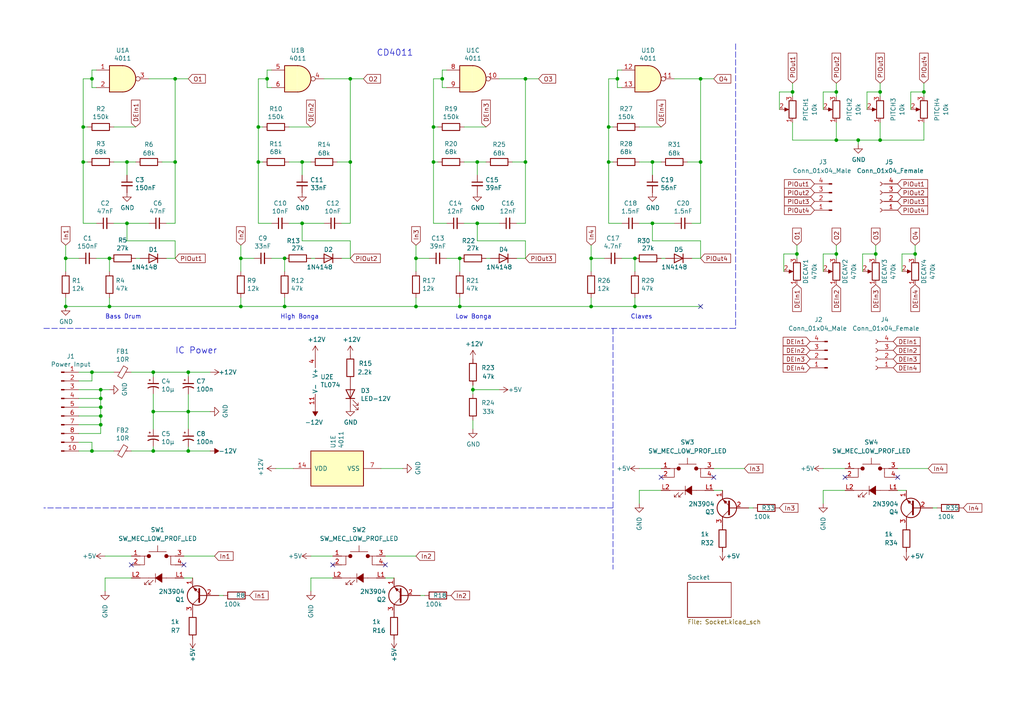
<source format=kicad_sch>
(kicad_sch (version 20211123) (generator eeschema)
  (paper "A4")
  (lib_symbols
    (symbol "4xxx:4011" (pin_names (offset 1.016))
      (property "Reference" "U" (at 0 1.27 0))
      (property "Value" "4011" (at 0 -1.27 0))
      (symbol "4011_1_1"
        (pin input line (at -7.62 2.54 0) (length 3.81) (name "~") (number "1"))
        (pin input line (at -7.62 -2.54 0) (length 3.81) (name "~") (number "2"))
        (pin output inverted (at 7.62 0 180) (length 3.81) (name "~") (number "3"))
      )
      (symbol "4011_1_2"
        (pin input inverted (at -7.62 2.54 0) (length 4.318) (name "~") (number "1"))
        (pin input inverted (at -7.62 -2.54 0) (length 4.318) (name "~") (number "2"))
        (pin output line (at 7.62 0 180) (length 3.81) (name "~") (number "3"))
      )
      (symbol "4011_2_1"
        (pin output inverted (at 7.62 0 180) (length 3.81) (name "~") (number "4"))
        (pin input line (at -7.62 2.54 0) (length 3.81) (name "~") (number "5"))
        (pin input line (at -7.62 -2.54 0) (length 3.81) (name "~") (number "6"))
      )
      (symbol "4011_2_2"
        (pin output line (at 7.62 0 180) (length 3.81) (name "~") (number "4"))
        (pin input inverted (at -7.62 2.54 0) (length 4.318) (name "~") (number "5"))
        (pin input inverted (at -7.62 -2.54 0) (length 4.318) (name "~") (number "6"))
      )
      (symbol "4011_3_1"
        (pin output inverted (at 7.62 0 180) (length 3.81) (name "~") (number "10"))
        (pin input line (at -7.62 2.54 0) (length 3.81) (name "~") (number "8"))
        (pin input line (at -7.62 -2.54 0) (length 3.81) (name "~") (number "9"))
      )
      (symbol "4011_3_2"
        (pin output line (at 7.62 0 180) (length 3.81) (name "~") (number "10"))
        (pin input inverted (at -7.62 2.54 0) (length 4.318) (name "~") (number "8"))
        (pin input inverted (at -7.62 -2.54 0) (length 4.318) (name "~") (number "9"))
      )
      (symbol "4011_4_1"
        (pin output inverted (at 7.62 0 180) (length 3.81) (name "~") (number "11"))
        (pin input line (at -7.62 2.54 0) (length 3.81) (name "~") (number "12"))
        (pin input line (at -7.62 -2.54 0) (length 3.81) (name "~") (number "13"))
      )
      (symbol "4011_4_2"
        (pin output line (at 7.62 0 180) (length 3.81) (name "~") (number "11"))
        (pin input inverted (at -7.62 2.54 0) (length 4.318) (name "~") (number "12"))
        (pin input inverted (at -7.62 -2.54 0) (length 4.318) (name "~") (number "13"))
      )
      (symbol "4011_5_0"
        (pin power_in line (at 0 12.7 270) (length 5.08) (name "VDD") (number "14"))
        (pin power_in line (at 0 -12.7 90) (length 5.08) (name "VSS") (number "7"))
      )
    )
    (symbol "Amplifier_Operational:TL074" (pin_names (offset 0.127))
      (property "Reference" "U" (at 0 5.08 0))
      (property "Value" "TL074" (at 0 -5.08 0))
      (symbol "TL074_1_1"
        (pin output line (at 7.62 0 180) (length 2.54) (name "~") (number "1"))
        (pin input line (at -7.62 -2.54 0) (length 2.54) (name "-") (number "2"))
        (pin input line (at -7.62 2.54 0) (length 2.54) (name "+") (number "3"))
      )
      (symbol "TL074_2_1"
        (pin input line (at -7.62 2.54 0) (length 2.54) (name "+") (number "5"))
        (pin input line (at -7.62 -2.54 0) (length 2.54) (name "-") (number "6"))
        (pin output line (at 7.62 0 180) (length 2.54) (name "~") (number "7"))
      )
      (symbol "TL074_3_1"
        (pin input line (at -7.62 2.54 0) (length 2.54) (name "+") (number "10"))
        (pin output line (at 7.62 0 180) (length 2.54) (name "~") (number "8"))
        (pin input line (at -7.62 -2.54 0) (length 2.54) (name "-") (number "9"))
      )
      (symbol "TL074_4_1"
        (pin input line (at -7.62 2.54 0) (length 2.54) (name "+") (number "12"))
        (pin input line (at -7.62 -2.54 0) (length 2.54) (name "-") (number "13"))
        (pin output line (at 7.62 0 180) (length 2.54) (name "~") (number "14"))
      )
      (symbol "TL074_5_1"
        (pin power_in line (at -2.54 -7.62 90) (length 3.81) (name "V-") (number "11"))
        (pin power_in line (at -2.54 7.62 270) (length 3.81) (name "V+") (number "4"))
      )
    )
    (symbol "Connector:Conn_01x04_Female" (pin_names (offset 1.016) hide)
      (property "Reference" "J" (at 0 5.08 0))
      (property "Value" "Conn_01x04_Female" (at 0 -7.62 0))
      (symbol "Conn_01x04_Female_1_1"
        (pin passive line (at -5.08 2.54 0) (length 3.81) (name "Pin_1") (number "1"))
        (pin passive line (at -5.08 0 0) (length 3.81) (name "Pin_2") (number "2"))
        (pin passive line (at -5.08 -2.54 0) (length 3.81) (name "Pin_3") (number "3"))
        (pin passive line (at -5.08 -5.08 0) (length 3.81) (name "Pin_4") (number "4"))
      )
    )
    (symbol "Connector:Conn_01x04_Male" (pin_names (offset 1.016) hide)
      (property "Reference" "J" (at 0 5.08 0))
      (property "Value" "Conn_01x04_Male" (at 0 -7.62 0))
      (symbol "Conn_01x04_Male_1_1"
        (pin passive line (at 5.08 2.54 180) (length 3.81) (name "Pin_1") (number "1"))
        (pin passive line (at 5.08 0 180) (length 3.81) (name "Pin_2") (number "2"))
        (pin passive line (at 5.08 -2.54 180) (length 3.81) (name "Pin_3") (number "3"))
        (pin passive line (at 5.08 -5.08 180) (length 3.81) (name "Pin_4") (number "4"))
      )
    )
    (symbol "Connector:Conn_01x10_Male" (pin_names (offset 1.016) hide)
      (property "Reference" "J" (at 0 12.7 0))
      (property "Value" "Conn_01x10_Male" (at 0 -15.24 0))
      (symbol "Conn_01x10_Male_1_1"
        (pin passive line (at 5.08 10.16 180) (length 3.81) (name "Pin_1") (number "1"))
        (pin passive line (at 5.08 -12.7 180) (length 3.81) (name "Pin_10") (number "10"))
        (pin passive line (at 5.08 7.62 180) (length 3.81) (name "Pin_2") (number "2"))
        (pin passive line (at 5.08 5.08 180) (length 3.81) (name "Pin_3") (number "3"))
        (pin passive line (at 5.08 2.54 180) (length 3.81) (name "Pin_4") (number "4"))
        (pin passive line (at 5.08 0 180) (length 3.81) (name "Pin_5") (number "5"))
        (pin passive line (at 5.08 -2.54 180) (length 3.81) (name "Pin_6") (number "6"))
        (pin passive line (at 5.08 -5.08 180) (length 3.81) (name "Pin_7") (number "7"))
        (pin passive line (at 5.08 -7.62 180) (length 3.81) (name "Pin_8") (number "8"))
        (pin passive line (at 5.08 -10.16 180) (length 3.81) (name "Pin_9") (number "9"))
      )
    )
    (symbol "Device:CP1_Small" (pin_numbers hide) (pin_names (offset 0.254) hide)
      (property "Reference" "C" (at 0.254 1.778 0))
      (property "Value" "Device_CP1_Small" (at 0.254 -2.032 0))
      (symbol "CP1_Small_1_1"
        (pin passive line (at 0 2.54 270) (length 2.032) (name "~") (number "1"))
        (pin passive line (at 0 -2.54 90) (length 2.032) (name "~") (number "2"))
      )
    )
    (symbol "Device:C_Small" (pin_numbers hide) (pin_names (offset 0.254) hide)
      (property "Reference" "C" (at 0.254 1.778 0))
      (property "Value" "C_Small" (at 0.254 -2.032 0))
      (symbol "C_Small_1_1"
        (pin passive line (at 0 2.54 270) (length 2.032) (name "~") (number "1"))
        (pin passive line (at 0 -2.54 90) (length 2.032) (name "~") (number "2"))
      )
    )
    (symbol "Device:Ferrite_Bead_Small" (pin_numbers hide) (pin_names (offset 0))
      (property "Reference" "FB" (at 1.905 1.27 0))
      (property "Value" "Device_Ferrite_Bead_Small" (at 1.905 -1.27 0))
      (symbol "Ferrite_Bead_Small_1_1"
        (pin passive line (at 0 2.54 270) (length 1.27) (name "~") (number "1"))
        (pin passive line (at 0 -2.54 90) (length 1.27) (name "~") (number "2"))
      )
    )
    (symbol "Device:LED" (pin_numbers hide) (pin_names (offset 1.016) hide)
      (property "Reference" "D" (at 0 2.54 0))
      (property "Value" "LED" (at 0 -2.54 0))
      (symbol "LED_1_1"
        (pin passive line (at -3.81 0 0) (length 2.54) (name "K") (number "1"))
        (pin passive line (at 3.81 0 180) (length 2.54) (name "A") (number "2"))
      )
    )
    (symbol "Device:R" (pin_numbers hide) (pin_names (offset 0))
      (property "Reference" "R" (at 2.032 0 90))
      (property "Value" "R" (at 0 0 90))
      (symbol "R_1_1"
        (pin passive line (at 0 3.81 270) (length 1.27) (name "~") (number "1"))
        (pin passive line (at 0 -3.81 90) (length 1.27) (name "~") (number "2"))
      )
    )
    (symbol "Device:R_POT" (pin_names (offset 1.016) hide)
      (property "Reference" "RV" (at -4.445 0 90))
      (property "Value" "Device_R_POT" (at -2.54 0 90))
      (symbol "R_POT_1_1"
        (pin passive line (at 0 3.81 270) (length 1.27) (name "1") (number "1"))
        (pin passive line (at 3.81 0 180) (length 1.27) (name "2") (number "2"))
        (pin passive line (at 0 -3.81 90) (length 1.27) (name "3") (number "3"))
      )
    )
    (symbol "Diode:1N4148" (pin_numbers hide) (pin_names (offset 1.016) hide)
      (property "Reference" "D" (at 0 2.54 0))
      (property "Value" "1N4148" (at 0 -2.54 0))
      (symbol "1N4148_1_1"
        (pin passive line (at -3.81 0 0) (length 2.54) (name "K") (number "1"))
        (pin passive line (at 3.81 0 180) (length 2.54) (name "A") (number "2"))
      )
    )
    (symbol "Transistor_BJT:2N3904" (pin_names (offset 0) hide)
      (property "Reference" "Q" (at 5.08 1.905 0))
      (property "Value" "2N3904" (at 5.08 0 0))
      (symbol "2N3904_1_1"
        (pin passive line (at 2.54 -5.08 90) (length 2.54) (name "E") (number "1"))
        (pin passive line (at -5.08 0 0) (length 5.715) (name "B") (number "2"))
        (pin passive line (at 2.54 5.08 270) (length 2.54) (name "C") (number "3"))
      )
    )
    (symbol "power:+12V" (power) (pin_names (offset 0))
      (property "Value" "+12V" (at 0 3.556 0))
      (symbol "+12V_1_1"
        (pin power_in line (at 0 0 90) (length 0) hide (name "+12V") (number "1"))
      )
    )
    (symbol "power:+5V" (power) (pin_names (offset 0))
      (property "Value" "+5V" (at 0 3.556 0))
      (symbol "+5V_1_1"
        (pin power_in line (at 0 0 90) (length 0) hide (name "+5V") (number "1"))
      )
    )
    (symbol "power:-12V" (power) (pin_names (offset 0))
      (property "Value" "-12V" (at 0 3.81 0))
      (symbol "-12V_0_0"
        (pin power_in line (at 0 0 90) (length 0) hide (name "-12V") (number "1"))
      )
    )
    (symbol "power:GND" (power) (pin_names (offset 0))
      (property "Value" "GND" (at 0 -3.81 0))
      (symbol "GND_1_1"
        (pin power_in line (at 0 0 270) (length 0) hide (name "GND") (number "1"))
      )
    )
    (symbol "synth:SW_MEC_LOW_PROF_LED" (pin_names (offset 1.016) hide)
      (property "Reference" "SW" (at 1.27 6.35 0))
      (property "Value" "SW_MEC_LOW_PROF_LED" (at 0 -8.89 0))
      (symbol "SW_MEC_LOW_PROF_LED_0_1"
        (pin passive line (at -7.62 2.54 0) (length 2.54) (name "1") (number "1"))
        (pin passive line (at -7.62 0 0) (length 2.54) (name "2") (number "2"))
        (pin passive line (at 7.62 2.54 180) (length 2.54) (name "3") (number "3"))
        (pin passive line (at 7.62 0 180) (length 2.54) (name "4") (number "4"))
        (pin passive line (at 7.62 -3.81 180) (length 2.54) (name "L1") (number "L1"))
        (pin passive line (at -7.62 -3.81 0) (length 2.54) (name "L2") (number "L2"))
      )
    )
  )
  (junction (at 267.97 26.67))
  (junction (at 44.45 107.95))
  (junction (at 87.63 46.99))
  (junction (at 265.43 73.66))
  (junction (at 133.35 88.9))
  (junction (at 19.05 74.93))
  (junction (at 152.4 22.86))
  (junction (at 189.23 46.99))
  (junction (at 26.67 107.95))
  (junction (at 36.83 46.99))
  (junction (at 87.63 64.77))
  (junction (at 19.05 88.9))
  (junction (at 128.27 22.86))
  (junction (at 31.75 88.9))
  (junction (at 50.8 22.86))
  (junction (at 138.43 46.99))
  (junction (at 184.15 88.9))
  (junction (at 44.45 119.38))
  (junction (at 229.87 26.67))
  (junction (at 242.57 26.67))
  (junction (at 101.6 46.99))
  (junction (at 24.13 36.83))
  (junction (at 31.75 74.93))
  (junction (at 137.16 113.03))
  (junction (at 152.4 46.99))
  (junction (at 176.53 46.99))
  (junction (at 176.53 36.83))
  (junction (at 54.61 107.95))
  (junction (at 171.45 88.9))
  (junction (at 255.27 26.67))
  (junction (at 36.83 64.77))
  (junction (at 29.21 115.57))
  (junction (at 26.67 130.81))
  (junction (at 54.61 119.38))
  (junction (at 77.47 22.86))
  (junction (at 242.57 73.66))
  (junction (at 69.85 88.9))
  (junction (at 255.27 40.64))
  (junction (at 179.07 22.86))
  (junction (at 254 73.66))
  (junction (at 82.55 74.93))
  (junction (at 82.55 88.9))
  (junction (at 248.92 40.64))
  (junction (at 203.2 22.86))
  (junction (at 29.21 113.03))
  (junction (at 171.45 74.93))
  (junction (at 50.8 46.99))
  (junction (at 101.6 22.86))
  (junction (at 189.23 64.77))
  (junction (at 184.15 74.93))
  (junction (at 133.35 74.93))
  (junction (at 29.21 118.11))
  (junction (at 120.65 74.93))
  (junction (at 29.21 120.65))
  (junction (at 26.67 22.86))
  (junction (at 203.2 46.99))
  (junction (at 120.65 88.9))
  (junction (at 24.13 46.99))
  (junction (at 69.85 74.93))
  (junction (at 74.93 36.83))
  (junction (at 125.73 46.99))
  (junction (at 242.57 40.64))
  (junction (at 125.73 36.83))
  (junction (at 138.43 64.77))
  (junction (at 54.61 130.81))
  (junction (at 29.21 123.19))
  (junction (at 74.93 46.99))
  (junction (at 44.45 130.81))
  (junction (at 231.14 73.66))
  (no_connect (at 207.01 138.43))
  (no_connect (at 245.11 138.43))
  (no_connect (at 191.77 138.43))
  (no_connect (at 203.2 88.9))
  (no_connect (at 260.35 138.43))
  (no_connect (at 53.34 163.83))
  (no_connect (at 38.1 163.83))
  (no_connect (at 96.52 163.83))
  (no_connect (at 111.76 163.83))
  (wire (pts (xy 176.53 36.83) (xy 176.53 46.99)))
  (wire (pts (xy 171.45 74.93) (xy 171.45 71.12)))
  (wire (pts (xy 171.45 88.9) (xy 171.45 86.36)))
  (wire (pts (xy 38.1 107.95) (xy 44.45 107.95)))
  (wire (pts (xy 242.57 40.64) (xy 229.87 40.64)))
  (wire (pts (xy 138.43 69.85) (xy 138.43 64.77)))
  (wire (pts (xy 142.24 74.93) (xy 140.97 74.93)))
  (wire (pts (xy 191.77 142.24) (xy 185.42 142.24)))
  (polyline (pts (xy 177.8 95.25) (xy 177.8 165.1)))
  (wire (pts (xy 133.35 74.93) (xy 129.54 74.93)))
  (wire (pts (xy 64.77 172.72) (xy 63.5 172.72)))
  (wire (pts (xy 24.13 22.86) (xy 24.13 36.83)))
  (wire (pts (xy 74.93 64.77) (xy 74.93 46.99)))
  (wire (pts (xy 133.35 88.9) (xy 171.45 88.9)))
  (wire (pts (xy 22.86 107.95) (xy 26.67 107.95)))
  (wire (pts (xy 44.45 129.54) (xy 44.45 130.81)))
  (wire (pts (xy 133.35 88.9) (xy 120.65 88.9)))
  (wire (pts (xy 54.61 114.3) (xy 54.61 119.38)))
  (wire (pts (xy 231.14 71.12) (xy 231.14 73.66)))
  (wire (pts (xy 78.74 20.32) (xy 77.47 20.32)))
  (wire (pts (xy 250.19 78.74) (xy 250.19 73.66)))
  (wire (pts (xy 260.35 142.24) (xy 262.89 142.24)))
  (wire (pts (xy 74.93 36.83) (xy 76.2 36.83)))
  (wire (pts (xy 133.35 78.74) (xy 133.35 74.93)))
  (wire (pts (xy 231.14 73.66) (xy 231.14 74.93)))
  (wire (pts (xy 203.2 46.99) (xy 203.2 64.77)))
  (wire (pts (xy 137.16 113.03) (xy 137.16 114.3)))
  (wire (pts (xy 184.15 86.36) (xy 184.15 88.9)))
  (wire (pts (xy 31.75 113.03) (xy 29.21 113.03)))
  (wire (pts (xy 22.86 110.49) (xy 26.67 110.49)))
  (wire (pts (xy 242.57 35.56) (xy 242.57 40.64)))
  (wire (pts (xy 148.59 46.99) (xy 152.4 46.99)))
  (wire (pts (xy 44.45 109.22) (xy 44.45 107.95)))
  (wire (pts (xy 22.86 130.81) (xy 26.67 130.81)))
  (wire (pts (xy 87.63 50.8) (xy 87.63 46.99)))
  (wire (pts (xy 54.61 119.38) (xy 60.96 119.38)))
  (wire (pts (xy 120.65 74.93) (xy 120.65 78.74)))
  (wire (pts (xy 189.23 69.85) (xy 189.23 64.77)))
  (wire (pts (xy 77.47 22.86) (xy 74.93 22.86)))
  (wire (pts (xy 242.57 24.13) (xy 242.57 26.67)))
  (wire (pts (xy 203.2 64.77) (xy 200.66 64.77)))
  (wire (pts (xy 251.46 26.67) (xy 255.27 26.67)))
  (wire (pts (xy 203.2 88.9) (xy 184.15 88.9)))
  (wire (pts (xy 218.44 147.32) (xy 217.17 147.32)))
  (wire (pts (xy 264.16 26.67) (xy 267.97 26.67)))
  (wire (pts (xy 152.4 69.85) (xy 138.43 69.85)))
  (wire (pts (xy 83.82 46.99) (xy 87.63 46.99)))
  (wire (pts (xy 255.27 24.13) (xy 255.27 26.67)))
  (wire (pts (xy 50.8 64.77) (xy 48.26 64.77)))
  (wire (pts (xy 133.35 86.36) (xy 133.35 88.9)))
  (wire (pts (xy 152.4 22.86) (xy 152.4 46.99)))
  (wire (pts (xy 152.4 69.85) (xy 152.4 74.93)))
  (wire (pts (xy 31.75 86.36) (xy 31.75 88.9)))
  (wire (pts (xy 54.61 107.95) (xy 60.96 107.95)))
  (wire (pts (xy 238.76 142.24) (xy 238.76 146.05)))
  (wire (pts (xy 44.45 119.38) (xy 54.61 119.38)))
  (wire (pts (xy 54.61 107.95) (xy 54.61 109.22)))
  (wire (pts (xy 238.76 73.66) (xy 242.57 73.66)))
  (wire (pts (xy 82.55 88.9) (xy 120.65 88.9)))
  (wire (pts (xy 101.6 69.85) (xy 101.6 74.93)))
  (wire (pts (xy 176.53 22.86) (xy 176.53 36.83)))
  (wire (pts (xy 27.94 20.32) (xy 26.67 20.32)))
  (wire (pts (xy 26.67 25.4) (xy 27.94 25.4)))
  (wire (pts (xy 90.17 161.29) (xy 96.52 161.29)))
  (wire (pts (xy 38.1 130.81) (xy 44.45 130.81)))
  (wire (pts (xy 134.62 36.83) (xy 140.97 36.83)))
  (wire (pts (xy 134.62 46.99) (xy 138.43 46.99)))
  (wire (pts (xy 125.73 36.83) (xy 125.73 46.99)))
  (wire (pts (xy 29.21 123.19) (xy 29.21 120.65)))
  (wire (pts (xy 29.21 115.57) (xy 29.21 118.11)))
  (wire (pts (xy 238.76 31.75) (xy 238.76 26.67)))
  (wire (pts (xy 248.92 40.64) (xy 248.92 41.91)))
  (wire (pts (xy 207.01 142.24) (xy 209.55 142.24)))
  (wire (pts (xy 82.55 88.9) (xy 69.85 88.9)))
  (wire (pts (xy 22.86 125.73) (xy 29.21 125.73)))
  (wire (pts (xy 267.97 40.64) (xy 255.27 40.64)))
  (wire (pts (xy 128.27 20.32) (xy 128.27 22.86)))
  (wire (pts (xy 229.87 24.13) (xy 229.87 26.67)))
  (wire (pts (xy 69.85 88.9) (xy 69.85 86.36)))
  (wire (pts (xy 203.2 69.85) (xy 203.2 74.93)))
  (wire (pts (xy 24.13 64.77) (xy 24.13 46.99)))
  (wire (pts (xy 176.53 64.77) (xy 176.53 46.99)))
  (wire (pts (xy 185.42 36.83) (xy 191.77 36.83)))
  (wire (pts (xy 101.6 69.85) (xy 87.63 69.85)))
  (wire (pts (xy 207.01 135.89) (xy 215.9 135.89)))
  (wire (pts (xy 22.86 128.27) (xy 26.67 128.27)))
  (wire (pts (xy 78.74 64.77) (xy 74.93 64.77)))
  (wire (pts (xy 87.63 46.99) (xy 90.17 46.99)))
  (wire (pts (xy 93.98 22.86) (xy 101.6 22.86)))
  (wire (pts (xy 73.66 74.93) (xy 69.85 74.93)))
  (wire (pts (xy 242.57 26.67) (xy 242.57 27.94)))
  (wire (pts (xy 26.67 110.49) (xy 26.67 107.95)))
  (wire (pts (xy 54.61 130.81) (xy 60.96 130.81)))
  (wire (pts (xy 30.48 161.29) (xy 38.1 161.29)))
  (wire (pts (xy 189.23 46.99) (xy 191.77 46.99)))
  (wire (pts (xy 129.54 20.32) (xy 128.27 20.32)))
  (wire (pts (xy 238.76 135.89) (xy 245.11 135.89)))
  (wire (pts (xy 101.6 22.86) (xy 105.41 22.86)))
  (wire (pts (xy 124.46 74.93) (xy 120.65 74.93)))
  (wire (pts (xy 22.86 115.57) (xy 29.21 115.57)))
  (polyline (pts (xy 213.36 12.7) (xy 213.36 95.25)))
  (wire (pts (xy 19.05 74.93) (xy 19.05 71.12)))
  (wire (pts (xy 176.53 46.99) (xy 177.8 46.99)))
  (wire (pts (xy 144.78 22.86) (xy 152.4 22.86)))
  (wire (pts (xy 184.15 74.93) (xy 180.34 74.93)))
  (wire (pts (xy 69.85 74.93) (xy 69.85 78.74)))
  (wire (pts (xy 93.98 64.77) (xy 87.63 64.77)))
  (wire (pts (xy 255.27 26.67) (xy 255.27 27.94)))
  (wire (pts (xy 77.47 25.4) (xy 78.74 25.4)))
  (wire (pts (xy 238.76 26.67) (xy 242.57 26.67)))
  (wire (pts (xy 189.23 64.77) (xy 185.42 64.77)))
  (wire (pts (xy 44.45 114.3) (xy 44.45 119.38)))
  (wire (pts (xy 179.07 20.32) (xy 179.07 22.86)))
  (wire (pts (xy 53.34 161.29) (xy 62.23 161.29)))
  (wire (pts (xy 80.01 135.89) (xy 85.09 135.89)))
  (wire (pts (xy 30.48 167.64) (xy 38.1 167.64)))
  (wire (pts (xy 120.65 71.12) (xy 120.65 74.93)))
  (wire (pts (xy 195.58 64.77) (xy 189.23 64.77)))
  (wire (pts (xy 125.73 46.99) (xy 127 46.99)))
  (wire (pts (xy 193.04 74.93) (xy 191.77 74.93)))
  (wire (pts (xy 82.55 86.36) (xy 82.55 88.9)))
  (wire (pts (xy 36.83 46.99) (xy 39.37 46.99)))
  (wire (pts (xy 129.54 64.77) (xy 125.73 64.77)))
  (wire (pts (xy 29.21 113.03) (xy 29.21 115.57)))
  (wire (pts (xy 175.26 74.93) (xy 171.45 74.93)))
  (wire (pts (xy 229.87 26.67) (xy 229.87 27.94)))
  (wire (pts (xy 189.23 50.8) (xy 189.23 46.99)))
  (wire (pts (xy 184.15 88.9) (xy 171.45 88.9)))
  (wire (pts (xy 43.18 64.77) (xy 36.83 64.77)))
  (wire (pts (xy 226.06 31.75) (xy 226.06 26.67)))
  (wire (pts (xy 125.73 36.83) (xy 127 36.83)))
  (wire (pts (xy 43.18 22.86) (xy 50.8 22.86)))
  (wire (pts (xy 96.52 167.64) (xy 90.17 167.64)))
  (wire (pts (xy 152.4 22.86) (xy 156.21 22.86)))
  (wire (pts (xy 33.02 36.83) (xy 39.37 36.83)))
  (wire (pts (xy 22.86 113.03) (xy 29.21 113.03)))
  (wire (pts (xy 50.8 22.86) (xy 50.8 46.99)))
  (wire (pts (xy 97.79 46.99) (xy 101.6 46.99)))
  (wire (pts (xy 26.67 128.27) (xy 26.67 130.81)))
  (wire (pts (xy 50.8 69.85) (xy 36.83 69.85)))
  (wire (pts (xy 91.44 74.93) (xy 90.17 74.93)))
  (wire (pts (xy 125.73 64.77) (xy 125.73 46.99)))
  (wire (pts (xy 74.93 36.83) (xy 74.93 46.99)))
  (wire (pts (xy 248.92 40.64) (xy 242.57 40.64)))
  (wire (pts (xy 44.45 130.81) (xy 54.61 130.81)))
  (wire (pts (xy 152.4 64.77) (xy 149.86 64.77)))
  (wire (pts (xy 123.19 172.72) (xy 121.92 172.72)))
  (wire (pts (xy 265.43 71.12) (xy 265.43 73.66)))
  (wire (pts (xy 171.45 74.93) (xy 171.45 78.74)))
  (wire (pts (xy 90.17 167.64) (xy 90.17 171.45)))
  (wire (pts (xy 180.34 64.77) (xy 176.53 64.77)))
  (wire (pts (xy 50.8 46.99) (xy 50.8 64.77)))
  (wire (pts (xy 24.13 36.83) (xy 24.13 46.99)))
  (wire (pts (xy 138.43 64.77) (xy 134.62 64.77)))
  (wire (pts (xy 24.13 36.83) (xy 25.4 36.83)))
  (wire (pts (xy 250.19 73.66) (xy 254 73.66)))
  (wire (pts (xy 26.67 130.81) (xy 33.02 130.81)))
  (wire (pts (xy 99.06 74.93) (xy 101.6 74.93)))
  (wire (pts (xy 128.27 22.86) (xy 125.73 22.86)))
  (wire (pts (xy 44.45 119.38) (xy 44.45 124.46)))
  (wire (pts (xy 24.13 46.99) (xy 25.4 46.99)))
  (wire (pts (xy 179.07 22.86) (xy 179.07 25.4)))
  (wire (pts (xy 242.57 73.66) (xy 242.57 74.93)))
  (wire (pts (xy 77.47 20.32) (xy 77.47 22.86)))
  (wire (pts (xy 203.2 22.86) (xy 207.01 22.86)))
  (wire (pts (xy 137.16 121.92) (xy 137.16 124.46)))
  (wire (pts (xy 69.85 74.93) (xy 69.85 71.12)))
  (wire (pts (xy 137.16 111.76) (xy 137.16 113.03)))
  (wire (pts (xy 77.47 22.86) (xy 77.47 25.4)))
  (wire (pts (xy 26.67 20.32) (xy 26.67 22.86)))
  (wire (pts (xy 29.21 120.65) (xy 29.21 118.11)))
  (wire (pts (xy 74.93 46.99) (xy 76.2 46.99)))
  (polyline (pts (xy 177.8 147.32) (xy 12.7 147.32)))
  (wire (pts (xy 36.83 64.77) (xy 33.02 64.77)))
  (wire (pts (xy 260.35 135.89) (xy 269.24 135.89)))
  (wire (pts (xy 82.55 74.93) (xy 78.74 74.93)))
  (wire (pts (xy 195.58 22.86) (xy 203.2 22.86)))
  (wire (pts (xy 267.97 26.67) (xy 267.97 27.94)))
  (wire (pts (xy 74.93 22.86) (xy 74.93 36.83)))
  (wire (pts (xy 149.86 74.93) (xy 152.4 74.93)))
  (wire (pts (xy 111.76 167.64) (xy 114.3 167.64)))
  (wire (pts (xy 267.97 35.56) (xy 267.97 40.64)))
  (wire (pts (xy 184.15 78.74) (xy 184.15 74.93)))
  (wire (pts (xy 101.6 22.86) (xy 101.6 46.99)))
  (wire (pts (xy 44.45 107.95) (xy 54.61 107.95)))
  (wire (pts (xy 111.76 161.29) (xy 120.65 161.29)))
  (wire (pts (xy 22.86 120.65) (xy 29.21 120.65)))
  (wire (pts (xy 53.34 167.64) (xy 55.88 167.64)))
  (wire (pts (xy 137.16 113.03) (xy 144.78 113.03)))
  (wire (pts (xy 255.27 35.56) (xy 255.27 40.64)))
  (wire (pts (xy 87.63 69.85) (xy 87.63 64.77)))
  (wire (pts (xy 200.66 74.93) (xy 203.2 74.93)))
  (wire (pts (xy 26.67 22.86) (xy 26.67 25.4)))
  (wire (pts (xy 33.02 107.95) (xy 26.67 107.95)))
  (wire (pts (xy 254 73.66) (xy 254 74.93)))
  (wire (pts (xy 40.64 74.93) (xy 39.37 74.93)))
  (wire (pts (xy 50.8 22.86) (xy 54.61 22.86)))
  (wire (pts (xy 26.67 22.86) (xy 24.13 22.86)))
  (wire (pts (xy 176.53 36.83) (xy 177.8 36.83)))
  (wire (pts (xy 245.11 142.24) (xy 238.76 142.24)))
  (wire (pts (xy 83.82 36.83) (xy 90.17 36.83)))
  (wire (pts (xy 54.61 119.38) (xy 54.61 124.46)))
  (wire (pts (xy 82.55 74.93) (xy 82.55 78.74)))
  (wire (pts (xy 101.6 64.77) (xy 99.06 64.77)))
  (wire (pts (xy 199.39 46.99) (xy 203.2 46.99)))
  (wire (pts (xy 271.78 147.32) (xy 270.51 147.32)))
  (wire (pts (xy 261.62 78.74) (xy 261.62 73.66)))
  (wire (pts (xy 267.97 24.13) (xy 267.97 26.67)))
  (wire (pts (xy 144.78 64.77) (xy 138.43 64.77)))
  (wire (pts (xy 19.05 74.93) (xy 19.05 78.74)))
  (wire (pts (xy 50.8 69.85) (xy 50.8 74.93)))
  (wire (pts (xy 251.46 31.75) (xy 251.46 26.67)))
  (wire (pts (xy 128.27 22.86) (xy 128.27 25.4)))
  (wire (pts (xy 226.06 26.67) (xy 229.87 26.67)))
  (wire (pts (xy 125.73 22.86) (xy 125.73 36.83)))
  (wire (pts (xy 261.62 73.66) (xy 265.43 73.66)))
  (wire (pts (xy 27.94 64.77) (xy 24.13 64.77)))
  (wire (pts (xy 110.49 135.89) (xy 116.84 135.89)))
  (wire (pts (xy 31.75 88.9) (xy 69.85 88.9)))
  (wire (pts (xy 31.75 78.74) (xy 31.75 74.93)))
  (wire (pts (xy 101.6 46.99) (xy 101.6 64.77)))
  (wire (pts (xy 238.76 78.74) (xy 238.76 73.66)))
  (wire (pts (xy 264.16 31.75) (xy 264.16 26.67)))
  (wire (pts (xy 185.42 46.99) (xy 189.23 46.99)))
  (wire (pts (xy 30.48 167.64) (xy 30.48 171.45)))
  (wire (pts (xy 36.83 69.85) (xy 36.83 64.77)))
  (wire (pts (xy 138.43 50.8) (xy 138.43 46.99)))
  (wire (pts (xy 22.86 123.19) (xy 29.21 123.19)))
  (polyline (pts (xy 12.7 95.25) (xy 213.36 95.25)))
  (wire (pts (xy 203.2 22.86) (xy 203.2 46.99)))
  (wire (pts (xy 120.65 88.9) (xy 120.65 86.36)))
  (wire (pts (xy 54.61 129.54) (xy 54.61 130.81)))
  (wire (pts (xy 203.2 69.85) (xy 189.23 69.85)))
  (wire (pts (xy 229.87 35.56) (xy 229.87 40.64)))
  (wire (pts (xy 31.75 74.93) (xy 27.94 74.93)))
  (wire (pts (xy 19.05 88.9) (xy 19.05 86.36)))
  (wire (pts (xy 179.07 22.86) (xy 176.53 22.86)))
  (wire (pts (xy 227.33 78.74) (xy 227.33 73.66)))
  (wire (pts (xy 152.4 46.99) (xy 152.4 64.77)))
  (wire (pts (xy 87.63 64.77) (xy 83.82 64.77)))
  (wire (pts (xy 128.27 25.4) (xy 129.54 25.4)))
  (wire (pts (xy 33.02 46.99) (xy 36.83 46.99)))
  (wire (pts (xy 179.07 25.4) (xy 180.34 25.4)))
  (wire (pts (xy 254 71.12) (xy 254 73.66)))
  (wire (pts (xy 180.34 20.32) (xy 179.07 20.32)))
  (wire (pts (xy 265.43 73.66) (xy 265.43 74.93)))
  (wire (pts (xy 255.27 40.64) (xy 248.92 40.64)))
  (wire (pts (xy 242.57 71.12) (xy 242.57 73.66)))
  (wire (pts (xy 22.86 74.93) (xy 19.05 74.93)))
  (wire (pts (xy 36.83 50.8) (xy 36.83 46.99)))
  (wire (pts (xy 31.75 88.9) (xy 19.05 88.9)))
  (wire (pts (xy 185.42 142.24) (xy 185.42 146.05)))
  (wire (pts (xy 48.26 74.93) (xy 50.8 74.93)))
  (wire (pts (xy 227.33 73.66) (xy 231.14 73.66)))
  (wire (pts (xy 29.21 118.11) (xy 22.86 118.11)))
  (wire (pts (xy 29.21 125.73) (xy 29.21 123.19)))
  (wire (pts (xy 138.43 46.99) (xy 140.97 46.99)))
  (wire (pts (xy 185.42 135.89) (xy 191.77 135.89)))
  (wire (pts (xy 46.99 46.99) (xy 50.8 46.99)))
  (text "IC Power\n" (at 50.8 102.87 0) (effects (font (size 1.8034 1.8034)) (justify left bottom)))
  (text "High Bonga" (at 81.28 92.71 0) (effects (font (size 1.27 1.27)) (justify left bottom)))
  (text "Claves" (at 182.88 92.71 0) (effects (font (size 1.27 1.27)) (justify left bottom)))
  (text "Bass Drum" (at 30.48 92.71 0) (effects (font (size 1.27 1.27)) (justify left bottom)))
  (text "Low Bonga" (at 132.08 92.71 0) (effects (font (size 1.27 1.27)) (justify left bottom)))
  (text "CD4011" (at 109.22 16.51 0) (effects (font (size 1.8034 1.8034)) (justify left bottom)))
  (global_label "PIOut2" (shape input) (at 242.57 24.13 90) (property "Intersheet References" "${INTERSHEET_REFS}" (effects hide)))
  (global_label "DEIn1" (shape input) (at 39.37 36.83 90) (property "Intersheet References" "${INTERSHEET_REFS}" (effects hide)))
  (global_label "PIOut4" (shape input) (at 203.2 74.93 0) (property "Intersheet References" "${INTERSHEET_REFS}" (effects hide)))
  (global_label "In3" (shape input) (at 120.65 71.12 90) (property "Intersheet References" "${INTERSHEET_REFS}" (effects hide)))
  (global_label "In1" (shape input) (at 72.39 172.72 0) (property "Intersheet References" "${INTERSHEET_REFS}" (effects hide)))
  (global_label "PIOut1" (shape input) (at 229.87 24.13 90) (property "Intersheet References" "${INTERSHEET_REFS}" (effects hide)))
  (global_label "DEIn4" (shape input) (at 265.43 82.55 270) (property "Intersheet References" "${INTERSHEET_REFS}" (effects hide)))
  (global_label "PIOut2" (shape input) (at 101.6 74.93 0) (property "Intersheet References" "${INTERSHEET_REFS}" (effects hide)))
  (global_label "In2" (shape input) (at 130.81 172.72 0) (property "Intersheet References" "${INTERSHEET_REFS}" (effects hide)))
  (global_label "O4" (shape input) (at 207.01 22.86 0) (property "Intersheet References" "${INTERSHEET_REFS}" (effects hide)))
  (global_label "O1" (shape input) (at 231.14 71.12 90) (property "Intersheet References" "${INTERSHEET_REFS}" (effects hide)))
  (global_label "In2" (shape input) (at 69.85 71.12 90) (property "Intersheet References" "${INTERSHEET_REFS}" (effects hide)))
  (global_label "In4" (shape input) (at 279.4 147.32 0) (property "Intersheet References" "${INTERSHEET_REFS}" (effects hide)))
  (global_label "DEIn1" (shape input) (at 259.08 99.06 0) (property "Intersheet References" "${INTERSHEET_REFS}" (effects hide)))
  (global_label "PIOut3" (shape input) (at 236.22 58.42 180) (property "Intersheet References" "${INTERSHEET_REFS}" (effects hide)))
  (global_label "O2" (shape input) (at 105.41 22.86 0) (property "Intersheet References" "${INTERSHEET_REFS}" (effects hide)))
  (global_label "O4" (shape input) (at 265.43 71.12 90) (property "Intersheet References" "${INTERSHEET_REFS}" (effects hide)))
  (global_label "DEIn2" (shape input) (at 259.08 101.6 0) (property "Intersheet References" "${INTERSHEET_REFS}" (effects hide)))
  (global_label "PIOut3" (shape input) (at 152.4 74.93 0) (property "Intersheet References" "${INTERSHEET_REFS}" (effects hide)))
  (global_label "PIOut1" (shape input) (at 50.8 74.93 0) (property "Intersheet References" "${INTERSHEET_REFS}" (effects hide)))
  (global_label "PIOut3" (shape input) (at 260.35 58.42 0) (property "Intersheet References" "${INTERSHEET_REFS}" (effects hide)))
  (global_label "O3" (shape input) (at 156.21 22.86 0) (property "Intersheet References" "${INTERSHEET_REFS}" (effects hide)))
  (global_label "PIOut2" (shape input) (at 236.22 55.88 180) (property "Intersheet References" "${INTERSHEET_REFS}" (effects hide)))
  (global_label "PIOut4" (shape input) (at 267.97 24.13 90) (property "Intersheet References" "${INTERSHEET_REFS}" (effects hide)))
  (global_label "O1" (shape input) (at 54.61 22.86 0) (property "Intersheet References" "${INTERSHEET_REFS}" (effects hide)))
  (global_label "O3" (shape input) (at 254 71.12 90) (property "Intersheet References" "${INTERSHEET_REFS}" (effects hide)))
  (global_label "DEIn3" (shape input) (at 254 82.55 270) (property "Intersheet References" "${INTERSHEET_REFS}" (effects hide)))
  (global_label "PIOut4" (shape input) (at 236.22 60.96 180) (property "Intersheet References" "${INTERSHEET_REFS}" (effects hide)))
  (global_label "DEIn3" (shape input) (at 140.97 36.83 90) (property "Intersheet References" "${INTERSHEET_REFS}" (effects hide)))
  (global_label "In4" (shape input) (at 171.45 71.12 90) (property "Intersheet References" "${INTERSHEET_REFS}" (effects hide)))
  (global_label "PIOut1" (shape input) (at 260.35 53.34 0) (property "Intersheet References" "${INTERSHEET_REFS}" (effects hide)))
  (global_label "DEIn4" (shape input) (at 191.77 36.83 90) (property "Intersheet References" "${INTERSHEET_REFS}" (effects hide)))
  (global_label "DEIn2" (shape input) (at 234.95 101.6 180) (property "Intersheet References" "${INTERSHEET_REFS}" (effects hide)))
  (global_label "DEIn1" (shape input) (at 234.95 99.06 180) (property "Intersheet References" "${INTERSHEET_REFS}" (effects hide)))
  (global_label "DEIn4" (shape input) (at 234.95 106.68 180) (property "Intersheet References" "${INTERSHEET_REFS}" (effects hide)))
  (global_label "DEIn1" (shape input) (at 231.14 82.55 270) (property "Intersheet References" "${INTERSHEET_REFS}" (effects hide)))
  (global_label "PIOut4" (shape input) (at 260.35 60.96 0) (property "Intersheet References" "${INTERSHEET_REFS}" (effects hide)))
  (global_label "DEIn3" (shape input) (at 259.08 104.14 0) (property "Intersheet References" "${INTERSHEET_REFS}" (effects hide)))
  (global_label "DEIn4" (shape input) (at 259.08 106.68 0) (property "Intersheet References" "${INTERSHEET_REFS}" (effects hide)))
  (global_label "PIOut1" (shape input) (at 236.22 53.34 180) (property "Intersheet References" "${INTERSHEET_REFS}" (effects hide)))
  (global_label "In1" (shape input) (at 62.23 161.29 0) (property "Intersheet References" "${INTERSHEET_REFS}" (effects hide)))
  (global_label "In3" (shape input) (at 226.06 147.32 0) (property "Intersheet References" "${INTERSHEET_REFS}" (effects hide)))
  (global_label "DEIn2" (shape input) (at 242.57 82.55 270) (property "Intersheet References" "${INTERSHEET_REFS}" (effects hide)))
  (global_label "In3" (shape input) (at 215.9 135.89 0) (property "Intersheet References" "${INTERSHEET_REFS}" (effects hide)))
  (global_label "In2" (shape input) (at 120.65 161.29 0) (property "Intersheet References" "${INTERSHEET_REFS}" (effects hide)))
  (global_label "O2" (shape input) (at 242.57 71.12 90) (property "Intersheet References" "${INTERSHEET_REFS}" (effects hide)))
  (global_label "DEIn3" (shape input) (at 234.95 104.14 180) (property "Intersheet References" "${INTERSHEET_REFS}" (effects hide)))
  (global_label "In1" (shape input) (at 19.05 71.12 90) (property "Intersheet References" "${INTERSHEET_REFS}" (effects hide)))
  (global_label "DEIn2" (shape input) (at 90.17 36.83 90) (property "Intersheet References" "${INTERSHEET_REFS}" (effects hide)))
  (global_label "PIOut3" (shape input) (at 255.27 24.13 90) (property "Intersheet References" "${INTERSHEET_REFS}" (effects hide)))
  (global_label "PIOut2" (shape input) (at 260.35 55.88 0) (property "Intersheet References" "${INTERSHEET_REFS}" (effects hide)))
  (global_label "In4" (shape input) (at 269.24 135.89 0) (property "Intersheet References" "${INTERSHEET_REFS}" (effects hide)))
  (symbol (lib_id "4xxx:4011") (at 35.56 22.86 0) (unit 1)
    (property "Reference" "U1" (at 35.56 14.605 0))
    (property "Value" "4011" (at 35.56 16.9164 0))
    (property "Footprint" "Package_DIP:DIP-14_W7.62mm_Socket" (effects hide))
    (property "Datasheet" "http://www.intersil.com/content/dam/Intersil/documents/cd40/cd4011bms-12bms-23bms.pdf" (effects hide))
  )
  (symbol (lib_id "Diode:1N4148") (at 44.45 74.93 180) (unit 1)
    (property "Reference" "D1" (at 44.45 72.39 0))
    (property "Value" "1N4148" (at 41.91 77.47 0))
    (property "Footprint" "Diode_THT:D_DO-35_SOD27_P7.62mm_Horizontal" (effects hide))
    (property "Datasheet" "https://assets.nexperia.com/documents/data-sheet/1N4148_1N4448.pdf" (effects hide))
  )
  (symbol (lib_id "Device:R_POT") (at 231.14 78.74 180) (unit 1)
    (property "Reference" "DECAY1" (at 233.68 78.74 90))
    (property "Value" "470k" (at 236.22 78.74 90))
    (property "Footprint" "Potentiometer_THT:Potentiometer_Bourns_PTV09A-1_Single_Vertical" (effects hide))
  )
  (symbol (lib_id "Device:R") (at 19.05 82.55 0) (unit 1)
    (property "Reference" "R1" (at 20.828 81.3816 0) (effects (justify left)))
    (property "Value" "12k" (at 20.828 83.693 0) (effects (justify left)))
    (property "Footprint" "Resistor_THT:R_Axial_DIN0207_L6.3mm_D2.5mm_P10.16mm_Horizontal" (effects hide))
  )
  (symbol (lib_id "Device:R") (at 35.56 74.93 90) (unit 1)
    (property "Reference" "R5" (at 35.56 69.6722 90))
    (property "Value" "27k" (at 35.56 71.9836 90))
    (property "Footprint" "Resistor_THT:R_Axial_DIN0207_L6.3mm_D2.5mm_P10.16mm_Horizontal" (effects hide))
  )
  (symbol (lib_id "Device:R") (at 31.75 82.55 180) (unit 1)
    (property "Reference" "R4" (at 33.528 81.3816 0) (effects (justify right)))
    (property "Value" "47k" (at 33.528 83.693 0) (effects (justify right)))
    (property "Footprint" "Resistor_THT:R_Axial_DIN0207_L6.3mm_D2.5mm_P10.16mm_Horizontal" (effects hide))
  )
  (symbol (lib_id "Device:R") (at 29.21 36.83 270) (unit 1)
    (property "Reference" "R2" (at 29.21 31.5722 90))
    (property "Value" "150k" (at 29.21 33.8836 90))
    (property "Footprint" "Resistor_THT:R_Axial_DIN0207_L6.3mm_D2.5mm_P10.16mm_Horizontal" (effects hide))
  )
  (symbol (lib_id "Device:R") (at 29.21 46.99 270) (unit 1)
    (property "Reference" "R3" (at 29.21 41.7322 90))
    (property "Value" "68k" (at 29.21 44.0436 90))
    (property "Footprint" "Resistor_THT:R_Axial_DIN0207_L6.3mm_D2.5mm_P10.16mm_Horizontal" (effects hide))
  )
  (symbol (lib_id "Device:R") (at 43.18 46.99 270) (unit 1)
    (property "Reference" "R6" (at 43.18 41.91 90))
    (property "Value" "68k" (at 43.18 44.45 90))
    (property "Footprint" "Resistor_THT:R_Axial_DIN0207_L6.3mm_D2.5mm_P10.16mm_Horizontal" (effects hide))
  )
  (symbol (lib_id "Device:C_Small") (at 36.83 53.34 0) (unit 1)
    (property "Reference" "C3" (at 39.1668 52.1716 0) (effects (justify left)))
    (property "Value" "150nF" (at 39.1668 54.483 0) (effects (justify left)))
    (property "Footprint" "Capacitor_THT:C_Disc_D7.0mm_W2.5mm_P5.00mm" (effects hide))
  )
  (symbol (lib_id "Device:C_Small") (at 30.48 64.77 90) (unit 1)
    (property "Reference" "C2" (at 30.48 58.9534 90))
    (property "Value" "47nF" (at 30.48 61.2648 90))
    (property "Footprint" "Capacitor_THT:C_Disc_D7.0mm_W2.5mm_P5.00mm" (effects hide))
  )
  (symbol (lib_id "Device:C_Small") (at 45.72 64.77 90) (unit 1)
    (property "Reference" "C6" (at 45.72 58.9534 90))
    (property "Value" "47nF" (at 45.72 61.2648 90))
    (property "Footprint" "Capacitor_THT:C_Disc_D7.0mm_W2.5mm_P5.00mm" (effects hide))
  )
  (symbol (lib_id "4xxx:4011") (at 86.36 22.86 0) (unit 2)
    (property "Reference" "U1" (at 86.36 14.605 0))
    (property "Value" "4011" (at 86.36 16.9164 0))
    (property "Footprint" "Package_DIP:DIP-14_W7.62mm_Socket" (effects hide))
    (property "Datasheet" "http://www.intersil.com/content/dam/Intersil/documents/cd40/cd4011bms-12bms-23bms.pdf" (effects hide))
  )
  (symbol (lib_id "4xxx:4011") (at 137.16 22.86 0) (unit 3)
    (property "Reference" "U1" (at 137.16 14.605 0))
    (property "Value" "4011" (at 137.16 16.9164 0))
    (property "Footprint" "Package_DIP:DIP-14_W7.62mm_Socket" (effects hide))
    (property "Datasheet" "http://www.intersil.com/content/dam/Intersil/documents/cd40/cd4011bms-12bms-23bms.pdf" (effects hide))
  )
  (symbol (lib_id "4xxx:4011") (at 187.96 22.86 0) (unit 4)
    (property "Reference" "U1" (at 187.96 14.605 0))
    (property "Value" "4011" (at 187.96 16.9164 0))
    (property "Footprint" "Package_DIP:DIP-14_W7.62mm_Socket" (effects hide))
    (property "Datasheet" "http://www.intersil.com/content/dam/Intersil/documents/cd40/cd4011bms-12bms-23bms.pdf" (effects hide))
  )
  (symbol (lib_id "power:GND") (at 36.83 55.88 0) (unit 1)
    (property "Reference" "#PWR05" (effects hide))
    (property "Value" "GND" (at 36.957 60.2742 0))
  )
  (symbol (lib_id "Device:C_Small") (at 25.4 74.93 90) (unit 1)
    (property "Reference" "C1" (at 25.4 69.1134 90))
    (property "Value" "150nF" (at 25.4 71.4248 90))
    (property "Footprint" "Capacitor_THT:C_Disc_D7.0mm_W2.5mm_P5.00mm" (effects hide))
  )
  (symbol (lib_id "power:GND") (at 19.05 88.9 0) (unit 1)
    (property "Reference" "#PWR01" (effects hide))
    (property "Value" "GND" (at 19.177 93.2942 0))
  )
  (symbol (lib_id "Diode:1N4148") (at 95.25 74.93 180) (unit 1)
    (property "Reference" "D2" (at 95.25 72.39 0))
    (property "Value" "1N4148" (at 92.71 77.47 0))
    (property "Footprint" "Diode_THT:D_DO-35_SOD27_P7.62mm_Horizontal" (effects hide))
    (property "Datasheet" "https://assets.nexperia.com/documents/data-sheet/1N4148_1N4448.pdf" (effects hide))
  )
  (symbol (lib_id "Device:R_POT") (at 242.57 78.74 180) (unit 1)
    (property "Reference" "DECAY2" (at 245.11 78.74 90))
    (property "Value" "470k" (at 247.65 78.74 90))
    (property "Footprint" "Potentiometer_THT:Potentiometer_Bourns_PTV09A-1_Single_Vertical" (effects hide))
  )
  (symbol (lib_id "Device:R") (at 69.85 82.55 0) (unit 1)
    (property "Reference" "R9" (at 71.628 81.3816 0) (effects (justify left)))
    (property "Value" "12k" (at 71.628 83.693 0) (effects (justify left)))
    (property "Footprint" "Resistor_THT:R_Axial_DIN0207_L6.3mm_D2.5mm_P10.16mm_Horizontal" (effects hide))
  )
  (symbol (lib_id "Device:R") (at 86.36 74.93 90) (unit 1)
    (property "Reference" "R13" (at 85.09 69.85 90))
    (property "Value" "27k" (at 86.36 71.9836 90))
    (property "Footprint" "Resistor_THT:R_Axial_DIN0207_L6.3mm_D2.5mm_P10.16mm_Horizontal" (effects hide))
  )
  (symbol (lib_id "Device:R") (at 82.55 82.55 180) (unit 1)
    (property "Reference" "R12" (at 84.328 81.3816 0) (effects (justify right)))
    (property "Value" "47k" (at 84.328 83.693 0) (effects (justify right)))
    (property "Footprint" "Resistor_THT:R_Axial_DIN0207_L6.3mm_D2.5mm_P10.16mm_Horizontal" (effects hide))
  )
  (symbol (lib_id "Device:R") (at 80.01 36.83 270) (unit 1)
    (property "Reference" "R10" (at 80.01 31.5722 90))
    (property "Value" "150k" (at 80.01 33.8836 90))
    (property "Footprint" "Resistor_THT:R_Axial_DIN0207_L6.3mm_D2.5mm_P10.16mm_Horizontal" (effects hide))
  )
  (symbol (lib_id "Device:R") (at 80.01 46.99 270) (unit 1)
    (property "Reference" "R11" (at 80.01 41.7322 90))
    (property "Value" "68k" (at 80.01 44.0436 90))
    (property "Footprint" "Resistor_THT:R_Axial_DIN0207_L6.3mm_D2.5mm_P10.16mm_Horizontal" (effects hide))
  )
  (symbol (lib_id "Device:R") (at 93.98 46.99 270) (unit 1)
    (property "Reference" "R14" (at 93.98 41.91 90))
    (property "Value" "68k" (at 93.98 44.45 90))
    (property "Footprint" "Resistor_THT:R_Axial_DIN0207_L6.3mm_D2.5mm_P10.16mm_Horizontal" (effects hide))
  )
  (symbol (lib_id "Device:C_Small") (at 87.63 53.34 0) (unit 1)
    (property "Reference" "C11" (at 89.9668 52.1716 0) (effects (justify left)))
    (property "Value" "33nF" (at 89.9668 54.483 0) (effects (justify left)))
    (property "Footprint" "Capacitor_THT:C_Disc_D7.0mm_W2.5mm_P5.00mm" (effects hide))
  )
  (symbol (lib_id "Device:C_Small") (at 96.52 64.77 90) (unit 1)
    (property "Reference" "C12" (at 96.52 58.9534 90))
    (property "Value" "10nF" (at 96.52 61.2648 90))
    (property "Footprint" "Capacitor_THT:C_Disc_D7.0mm_W2.5mm_P5.00mm" (effects hide))
  )
  (symbol (lib_id "power:GND") (at 87.63 55.88 0) (unit 1)
    (property "Reference" "#PWR011" (effects hide))
    (property "Value" "GND" (at 87.757 60.2742 0))
  )
  (symbol (lib_id "Device:C_Small") (at 81.28 64.77 90) (unit 1)
    (property "Reference" "C10" (at 81.28 58.9534 90))
    (property "Value" "10nF" (at 81.28 61.2648 90))
    (property "Footprint" "Capacitor_THT:C_Disc_D7.0mm_W2.5mm_P5.00mm" (effects hide))
  )
  (symbol (lib_id "Device:C_Small") (at 76.2 74.93 90) (unit 1)
    (property "Reference" "C9" (at 76.2 69.1134 90))
    (property "Value" "33nF" (at 76.2 71.4248 90))
    (property "Footprint" "Capacitor_THT:C_Disc_D7.0mm_W2.5mm_P5.00mm" (effects hide))
  )
  (symbol (lib_id "Diode:1N4148") (at 146.05 74.93 180) (unit 1)
    (property "Reference" "D4" (at 146.05 72.39 0))
    (property "Value" "1N4148" (at 144.78 77.47 0))
    (property "Footprint" "Diode_THT:D_DO-35_SOD27_P7.62mm_Horizontal" (effects hide))
    (property "Datasheet" "https://assets.nexperia.com/documents/data-sheet/1N4148_1N4448.pdf" (effects hide))
  )
  (symbol (lib_id "Device:R_POT") (at 254 78.74 180) (unit 1)
    (property "Reference" "DECAY3" (at 256.54 78.74 90))
    (property "Value" "470k" (at 259.08 78.74 90))
    (property "Footprint" "Potentiometer_THT:Potentiometer_Bourns_PTV09A-1_Single_Vertical" (effects hide))
  )
  (symbol (lib_id "Device:R") (at 120.65 82.55 0) (unit 1)
    (property "Reference" "R17" (at 122.428 81.3816 0) (effects (justify left)))
    (property "Value" "12k" (at 122.428 83.693 0) (effects (justify left)))
    (property "Footprint" "Resistor_THT:R_Axial_DIN0207_L6.3mm_D2.5mm_P10.16mm_Horizontal" (effects hide))
  )
  (symbol (lib_id "Device:R") (at 137.16 74.93 90) (unit 1)
    (property "Reference" "R22" (at 135.89 69.85 90))
    (property "Value" "27k" (at 137.16 71.9836 90))
    (property "Footprint" "Resistor_THT:R_Axial_DIN0207_L6.3mm_D2.5mm_P10.16mm_Horizontal" (effects hide))
  )
  (symbol (lib_id "Device:R") (at 133.35 82.55 180) (unit 1)
    (property "Reference" "R21" (at 135.128 81.3816 0) (effects (justify right)))
    (property "Value" "47k" (at 135.128 83.693 0) (effects (justify right)))
    (property "Footprint" "Resistor_THT:R_Axial_DIN0207_L6.3mm_D2.5mm_P10.16mm_Horizontal" (effects hide))
  )
  (symbol (lib_id "Device:R") (at 130.81 36.83 270) (unit 1)
    (property "Reference" "R19" (at 130.81 31.5722 90))
    (property "Value" "150k" (at 130.81 33.8836 90))
    (property "Footprint" "Resistor_THT:R_Axial_DIN0207_L6.3mm_D2.5mm_P10.16mm_Horizontal" (effects hide))
  )
  (symbol (lib_id "Device:R") (at 130.81 46.99 270) (unit 1)
    (property "Reference" "R20" (at 130.81 41.7322 90))
    (property "Value" "68k" (at 130.81 44.0436 90))
    (property "Footprint" "Resistor_THT:R_Axial_DIN0207_L6.3mm_D2.5mm_P10.16mm_Horizontal" (effects hide))
  )
  (symbol (lib_id "Device:R") (at 144.78 46.99 270) (unit 1)
    (property "Reference" "R25" (at 144.78 41.91 90))
    (property "Value" "68k" (at 144.78 44.45 90))
    (property "Footprint" "Resistor_THT:R_Axial_DIN0207_L6.3mm_D2.5mm_P10.16mm_Horizontal" (effects hide))
  )
  (symbol (lib_id "Device:C_Small") (at 138.43 53.34 0) (unit 1)
    (property "Reference" "C15" (at 140.7668 52.1716 0) (effects (justify left)))
    (property "Value" "39nF" (at 140.7668 54.483 0) (effects (justify left)))
    (property "Footprint" "Capacitor_THT:C_Disc_D7.0mm_W2.5mm_P5.00mm" (effects hide))
  )
  (symbol (lib_id "Device:C_Small") (at 147.32 64.77 90) (unit 1)
    (property "Reference" "C16" (at 147.32 58.9534 90))
    (property "Value" "12nF" (at 147.32 61.2648 90))
    (property "Footprint" "Capacitor_THT:C_Disc_D7.0mm_W2.5mm_P5.00mm" (effects hide))
  )
  (symbol (lib_id "power:GND") (at 138.43 55.88 0) (unit 1)
    (property "Reference" "#PWR022" (effects hide))
    (property "Value" "GND" (at 138.557 60.2742 0))
  )
  (symbol (lib_id "Device:C_Small") (at 132.08 64.77 90) (unit 1)
    (property "Reference" "C14" (at 132.08 58.9534 90))
    (property "Value" "12nF" (at 132.08 61.2648 90))
    (property "Footprint" "Capacitor_THT:C_Disc_D7.0mm_W2.5mm_P5.00mm" (effects hide))
  )
  (symbol (lib_id "Device:C_Small") (at 127 74.93 90) (unit 1)
    (property "Reference" "C13" (at 127 69.1134 90))
    (property "Value" "39nF" (at 127 71.4248 90))
    (property "Footprint" "Capacitor_THT:C_Disc_D7.0mm_W2.5mm_P5.00mm" (effects hide))
  )
  (symbol (lib_id "Diode:1N4148") (at 196.85 74.93 180) (unit 1)
    (property "Reference" "D5" (at 196.85 72.39 0))
    (property "Value" "1N4148" (at 195.58 77.47 0))
    (property "Footprint" "Diode_THT:D_DO-35_SOD27_P7.62mm_Horizontal" (effects hide))
    (property "Datasheet" "https://assets.nexperia.com/documents/data-sheet/1N4148_1N4448.pdf" (effects hide))
  )
  (symbol (lib_id "Device:R_POT") (at 265.43 78.74 180) (unit 1)
    (property "Reference" "DECAY4" (at 267.97 78.74 90))
    (property "Value" "470k" (at 270.51 78.74 90))
    (property "Footprint" "Potentiometer_THT:Potentiometer_Bourns_PTV09A-1_Single_Vertical" (effects hide))
  )
  (symbol (lib_id "Device:R") (at 171.45 82.55 0) (unit 1)
    (property "Reference" "R26" (at 173.228 81.3816 0) (effects (justify left)))
    (property "Value" "12k" (at 173.228 83.693 0) (effects (justify left)))
    (property "Footprint" "Resistor_THT:R_Axial_DIN0207_L6.3mm_D2.5mm_P10.16mm_Horizontal" (effects hide))
  )
  (symbol (lib_id "Device:R") (at 187.96 74.93 90) (unit 1)
    (property "Reference" "R30" (at 186.69 69.85 90))
    (property "Value" "27k" (at 187.96 71.9836 90))
    (property "Footprint" "Resistor_THT:R_Axial_DIN0207_L6.3mm_D2.5mm_P10.16mm_Horizontal" (effects hide))
  )
  (symbol (lib_id "Device:R") (at 184.15 82.55 180) (unit 1)
    (property "Reference" "R29" (at 185.928 81.3816 0) (effects (justify right)))
    (property "Value" "47k" (at 185.928 83.693 0) (effects (justify right)))
    (property "Footprint" "Resistor_THT:R_Axial_DIN0207_L6.3mm_D2.5mm_P10.16mm_Horizontal" (effects hide))
  )
  (symbol (lib_id "Device:R") (at 181.61 36.83 270) (unit 1)
    (property "Reference" "R27" (at 181.61 31.5722 90))
    (property "Value" "150k" (at 181.61 33.8836 90))
    (property "Footprint" "Resistor_THT:R_Axial_DIN0207_L6.3mm_D2.5mm_P10.16mm_Horizontal" (effects hide))
  )
  (symbol (lib_id "Device:R") (at 181.61 46.99 270) (unit 1)
    (property "Reference" "R28" (at 181.61 41.7322 90))
    (property "Value" "68k" (at 181.61 44.0436 90))
    (property "Footprint" "Resistor_THT:R_Axial_DIN0207_L6.3mm_D2.5mm_P10.16mm_Horizontal" (effects hide))
  )
  (symbol (lib_id "Device:R") (at 195.58 46.99 270) (unit 1)
    (property "Reference" "R31" (at 195.58 41.91 90))
    (property "Value" "68k" (at 195.58 44.45 90))
    (property "Footprint" "Resistor_THT:R_Axial_DIN0207_L6.3mm_D2.5mm_P10.16mm_Horizontal" (effects hide))
  )
  (symbol (lib_id "Device:C_Small") (at 189.23 53.34 0) (unit 1)
    (property "Reference" "C19" (at 191.5668 52.1716 0) (effects (justify left)))
    (property "Value" "56nF" (at 191.5668 54.483 0) (effects (justify left)))
    (property "Footprint" "Capacitor_THT:C_Disc_D7.0mm_W2.5mm_P5.00mm" (effects hide))
  )
  (symbol (lib_id "Device:C_Small") (at 198.12 64.77 90) (unit 1)
    (property "Reference" "C20" (at 198.12 58.9534 90))
    (property "Value" "1.5nF" (at 198.12 61.2648 90))
    (property "Footprint" "Capacitor_THT:C_Disc_D7.0mm_W2.5mm_P5.00mm" (effects hide))
  )
  (symbol (lib_id "power:GND") (at 189.23 55.88 0) (unit 1)
    (property "Reference" "#PWR026" (effects hide))
    (property "Value" "GND" (at 189.357 60.2742 0))
  )
  (symbol (lib_id "Device:C_Small") (at 182.88 64.77 90) (unit 1)
    (property "Reference" "C18" (at 182.88 58.9534 90))
    (property "Value" "1.5nF" (at 182.88 61.2648 90))
    (property "Footprint" "Capacitor_THT:C_Disc_D7.0mm_W2.5mm_P5.00mm" (effects hide))
  )
  (symbol (lib_id "Device:C_Small") (at 177.8 74.93 90) (unit 1)
    (property "Reference" "C17" (at 177.8 69.1134 90))
    (property "Value" "4.7nF" (at 177.8 71.4248 90))
    (property "Footprint" "Capacitor_THT:C_Disc_D7.0mm_W2.5mm_P5.00mm" (effects hide))
  )
  (symbol (lib_id "Device:R_POT") (at 229.87 31.75 180) (unit 1)
    (property "Reference" "PITCH1" (at 233.68 31.75 90))
    (property "Value" "10k" (at 236.22 31.75 90))
    (property "Footprint" "Potentiometer_THT:Potentiometer_Bourns_PTV09A-1_Single_Vertical" (effects hide))
  )
  (symbol (lib_id "Device:R_POT") (at 242.57 31.75 180) (unit 1)
    (property "Reference" "PITCH2" (at 246.38 31.75 90))
    (property "Value" "10k" (at 248.92 31.75 90))
    (property "Footprint" "Potentiometer_THT:Potentiometer_Bourns_PTV09A-1_Single_Vertical" (effects hide))
  )
  (symbol (lib_id "Device:R_POT") (at 255.27 31.75 180) (unit 1)
    (property "Reference" "PITCH3" (at 259.08 31.75 90))
    (property "Value" "10k" (at 261.62 31.75 90))
    (property "Footprint" "Potentiometer_THT:Potentiometer_Bourns_PTV09A-1_Single_Vertical" (effects hide))
  )
  (symbol (lib_id "Device:R_POT") (at 267.97 31.75 180) (unit 1)
    (property "Reference" "PITCH4" (at 271.78 31.75 90))
    (property "Value" "10k" (at 274.32 31.75 90))
    (property "Footprint" "Potentiometer_THT:Potentiometer_Bourns_PTV09A-1_Single_Vertical" (effects hide))
  )
  (symbol (lib_id "power:+12V") (at 60.96 107.95 270) (unit 1)
    (property "Reference" "#PWR07" (effects hide))
    (property "Value" "+12V" (at 66.04 107.95 90))
  )
  (symbol (lib_id "power:-12V") (at 60.96 130.81 270) (unit 1)
    (property "Reference" "#PWR09" (effects hide))
    (property "Value" "-12V" (at 66.04 130.81 90))
  )
  (symbol (lib_id "Connector:Conn_01x10_Male") (at 17.78 118.11 0) (unit 1)
    (property "Reference" "J1" (at 20.5232 103.3526 0))
    (property "Value" "Power Input" (at 20.5232 105.664 0))
    (property "Footprint" "Connector_PinHeader_2.54mm:PinHeader_2x05_P2.54mm_Vertical" (effects hide))
  )
  (symbol (lib_id "Device:CP1_Small") (at 44.45 111.76 0) (unit 1)
    (property "Reference" "C4" (at 46.7614 110.5916 0) (effects (justify left)))
    (property "Value" "10µ" (at 46.7614 112.903 0) (effects (justify left)))
    (property "Footprint" "Capacitor_THT:CP_Radial_D5.0mm_P2.00mm" (effects hide))
  )
  (symbol (lib_id "Device:CP1_Small") (at 44.45 127 0) (unit 1)
    (property "Reference" "C5" (at 46.7614 125.8316 0) (effects (justify left)))
    (property "Value" "10µ" (at 46.7614 128.143 0) (effects (justify left)))
    (property "Footprint" "Capacitor_THT:CP_Radial_D5.0mm_P2.00mm" (effects hide))
  )
  (symbol (lib_id "Device:Ferrite_Bead_Small") (at 35.56 107.95 270) (unit 1)
    (property "Reference" "FB1" (at 35.56 101.9302 90))
    (property "Value" "10R" (at 35.56 104.2416 90))
    (property "Footprint" "Inductor_THT:L_Axial_L9.5mm_D4.0mm_P12.70mm_Horizontal_Fastron_SMCC" (effects hide))
  )
  (symbol (lib_id "Device:Ferrite_Bead_Small") (at 35.56 130.81 270) (unit 1)
    (property "Reference" "FB2" (at 35.56 124.7902 90))
    (property "Value" "10R" (at 35.56 127.1016 90))
    (property "Footprint" "Inductor_THT:L_Axial_L9.5mm_D4.0mm_P12.70mm_Horizontal_Fastron_SMCC" (effects hide))
  )
  (symbol (lib_id "power:GND") (at 60.96 119.38 90) (unit 1)
    (property "Reference" "#PWR08" (effects hide))
    (property "Value" "GND" (at 65.3542 119.253 0))
  )
  (symbol (lib_id "power:GND") (at 31.75 113.03 90) (unit 1)
    (property "Reference" "#PWR04" (effects hide))
    (property "Value" "GND" (at 36.1442 112.903 0))
  )
  (symbol (lib_id "power:GND") (at 116.84 135.89 90) (unit 1)
    (property "Reference" "#PWR019" (effects hide))
    (property "Value" "GND" (at 121.2342 135.763 0))
  )
  (symbol (lib_id "4xxx:4011") (at 97.79 135.89 90) (unit 5)
    (property "Reference" "U1" (at 96.6216 130.048 0) (effects (justify left)))
    (property "Value" "4011" (at 98.933 130.048 0) (effects (justify left)))
    (property "Footprint" "Package_DIP:DIP-14_W7.62mm_Socket" (effects hide))
    (property "Datasheet" "http://www.intersil.com/content/dam/Intersil/documents/cd40/cd4011bms-12bms-23bms.pdf" (effects hide))
  )
  (symbol (lib_id "Device:R") (at 101.6 106.68 0) (unit 1)
    (property "Reference" "R15" (at 107.95 105.41 0) (effects (justify right)))
    (property "Value" "2.2k" (at 107.95 107.95 0) (effects (justify right)))
    (property "Footprint" "Resistor_THT:R_Axial_DIN0207_L6.3mm_D2.5mm_P10.16mm_Horizontal" (effects hide))
  )
  (symbol (lib_id "power:GND") (at 101.6 118.11 0) (unit 1)
    (property "Reference" "#PWR017" (effects hide))
    (property "Value" "GND" (at 101.727 122.5042 0))
  )
  (symbol (lib_id "Device:LED") (at 101.6 114.3 90) (unit 1)
    (property "Reference" "D3" (at 104.5972 113.3094 90) (effects (justify right)))
    (property "Value" "LED-12V" (at 104.5972 115.6208 90) (effects (justify right)))
    (property "Footprint" "LED_THT:LED_D4.0mm" (effects hide))
  )
  (symbol (lib_id "power:+12V") (at 101.6 102.87 0) (unit 1)
    (property "Reference" "#PWR016" (effects hide))
    (property "Value" "+12V" (at 101.981 98.4758 0))
  )
  (symbol (lib_id "power:+12V") (at 80.01 135.89 90) (unit 1)
    (property "Reference" "#PWR010" (effects hide))
    (property "Value" "+12V" (at 75.6158 135.509 0))
  )
  (symbol (lib_id "power:-12V") (at 91.44 118.11 180) (unit 1)
    (property "Reference" "#PWR015" (effects hide))
    (property "Value" "-12V" (at 91.059 122.5042 0))
  )
  (symbol (lib_id "power:+12V") (at 91.44 102.87 0) (unit 1)
    (property "Reference" "#PWR014" (effects hide))
    (property "Value" "+12V" (at 91.821 98.4758 0))
  )
  (symbol (lib_id "Amplifier_Operational:TL074") (at 93.98 110.49 0) (unit 5)
    (property "Reference" "U2" (at 92.9132 109.3216 0) (effects (justify left)))
    (property "Value" "TL074" (at 92.9132 111.633 0) (effects (justify left)))
    (property "Footprint" "Package_DIP:DIP-14_W7.62mm_Socket" (effects hide))
    (property "Datasheet" "http://www.ti.com/lit/ds/symlink/tl071.pdf" (effects hide))
  )
  (symbol (lib_id "power:+5V") (at 144.78 113.03 270) (unit 1)
    (property "Reference" "#PWR023" (effects hide))
    (property "Value" "+5V" (at 147.32 113.03 90) (effects (justify left)))
  )
  (symbol (lib_id "Device:R") (at 55.88 181.61 180) (unit 1)
    (property "Reference" "R7" (at 49.53 182.88 0) (effects (justify right)))
    (property "Value" "1k" (at 49.53 180.34 0) (effects (justify right)))
    (property "Footprint" "Resistor_THT:R_Axial_DIN0207_L6.3mm_D2.5mm_P10.16mm_Horizontal" (effects hide))
  )
  (symbol (lib_id "power:+5V") (at 114.3 185.42 180) (unit 1)
    (property "Reference" "#PWR018" (effects hide))
    (property "Value" "+5V" (at 114.3 187.96 90) (effects (justify left)))
  )
  (symbol (lib_id "Device:R") (at 114.3 181.61 180) (unit 1)
    (property "Reference" "R16" (at 107.95 182.88 0) (effects (justify right)))
    (property "Value" "1k" (at 107.95 180.34 0) (effects (justify right)))
    (property "Footprint" "Resistor_THT:R_Axial_DIN0207_L6.3mm_D2.5mm_P10.16mm_Horizontal" (effects hide))
  )
  (symbol (lib_id "Device:R") (at 209.55 156.21 180) (unit 1)
    (property "Reference" "R32" (at 203.2 157.48 0) (effects (justify right)))
    (property "Value" "1k" (at 203.2 154.94 0) (effects (justify right)))
    (property "Footprint" "Resistor_THT:R_Axial_DIN0207_L6.3mm_D2.5mm_P10.16mm_Horizontal" (effects hide))
  )
  (symbol (lib_id "power:GND") (at 30.48 171.45 0) (unit 1)
    (property "Reference" "#PWR03" (effects hide))
    (property "Value" "GND" (at 30.48 175.26 90) (effects (justify right)))
  )
  (symbol (lib_id "Connector:Conn_01x04_Male") (at 241.3 58.42 180) (unit 1)
    (property "Reference" "J3" (at 237.49 46.99 0) (effects (justify right)))
    (property "Value" "Conn_01x04_Male" (at 229.87 49.53 0) (effects (justify right)))
    (property "Footprint" "Connector_PinHeader_2.54mm:PinHeader_1x04_P2.54mm_Vertical" (effects hide))
  )
  (symbol (lib_id "power:+5V") (at 262.89 160.02 180) (unit 1)
    (property "Reference" "#PWR031" (effects hide))
    (property "Value" "+5V" (at 267.97 161.29 0) (effects (justify left)))
  )
  (symbol (lib_id "Device:R") (at 275.59 147.32 270) (unit 1)
    (property "Reference" "R35" (at 278.13 147.32 90) (effects (justify right)))
    (property "Value" "100k" (at 276.86 149.86 90) (effects (justify right)))
    (property "Footprint" "Resistor_THT:R_Axial_DIN0207_L6.3mm_D2.5mm_P10.16mm_Horizontal" (effects hide))
  )
  (symbol (lib_id "Transistor_BJT:2N3904") (at 265.43 147.32 180) (unit 1)
    (property "Reference" "Q4" (at 260.604 148.4884 0) (effects (justify left)))
    (property "Value" "2N3904" (at 260.604 146.177 0) (effects (justify left)))
    (property "Footprint" "Package_TO_SOT_THT:TO-92_Inline" (effects hide))
    (property "Datasheet" "https://www.onsemi.com/pub/Collateral/2N3903-D.PDF" (effects hide))
  )
  (symbol (lib_id "Connector:Conn_01x04_Male") (at 240.03 104.14 180) (unit 1)
    (property "Reference" "J2" (at 236.22 92.71 0) (effects (justify right)))
    (property "Value" "Conn_01x04_Male" (at 228.6 95.25 0) (effects (justify right)))
    (property "Footprint" "Connector_PinHeader_2.54mm:PinHeader_1x04_P2.54mm_Vertical" (effects hide))
  )
  (symbol (lib_id "Device:R") (at 137.16 118.11 0) (unit 1)
    (property "Reference" "R24" (at 143.51 116.84 0) (effects (justify right)))
    (property "Value" "33k" (at 143.51 119.38 0) (effects (justify right)))
    (property "Footprint" "Resistor_THT:R_Axial_DIN0207_L6.3mm_D2.5mm_P10.16mm_Horizontal" (effects hide))
  )
  (symbol (lib_id "Transistor_BJT:2N3904") (at 58.42 172.72 180) (unit 1)
    (property "Reference" "Q1" (at 53.594 173.8884 0) (effects (justify left)))
    (property "Value" "2N3904" (at 53.594 171.577 0) (effects (justify left)))
    (property "Footprint" "Package_TO_SOT_THT:TO-92_Inline" (effects hide))
    (property "Datasheet" "https://www.onsemi.com/pub/Collateral/2N3903-D.PDF" (effects hide))
  )
  (symbol (lib_id "Device:CP1_Small") (at 54.61 127 0) (unit 1)
    (property "Reference" "C8" (at 56.9214 125.8316 0) (effects (justify left)))
    (property "Value" "100n" (at 56.9214 128.143 0) (effects (justify left)))
    (property "Footprint" "Capacitor_THT:CP_Radial_D5.0mm_P2.00mm" (effects hide))
  )
  (symbol (lib_id "power:+12V") (at 137.16 104.14 0) (unit 1)
    (property "Reference" "#PWR020" (effects hide))
    (property "Value" "+12V" (at 137.541 99.7458 0))
  )
  (symbol (lib_id "power:+5V") (at 209.55 160.02 180) (unit 1)
    (property "Reference" "#PWR027" (effects hide))
    (property "Value" "+5V" (at 214.63 161.29 0) (effects (justify left)))
  )
  (symbol (lib_id "power:GND") (at 248.92 41.91 0) (unit 1)
    (property "Reference" "#PWR030" (effects hide))
    (property "Value" "GND" (at 249.047 46.3042 0))
  )
  (symbol (lib_id "power:+5V") (at 55.88 185.42 180) (unit 1)
    (property "Reference" "#PWR06" (effects hide))
    (property "Value" "+5V" (at 55.88 187.96 90) (effects (justify left)))
  )
  (symbol (lib_id "Device:R") (at 262.89 156.21 180) (unit 1)
    (property "Reference" "R34" (at 256.54 157.48 0) (effects (justify right)))
    (property "Value" "1k" (at 256.54 154.94 0) (effects (justify right)))
    (property "Footprint" "Resistor_THT:R_Axial_DIN0207_L6.3mm_D2.5mm_P10.16mm_Horizontal" (effects hide))
  )
  (symbol (lib_id "synth:SW_MEC_LOW_PROF_LED") (at 45.72 163.83 0) (unit 1)
    (property "Reference" "SW1" (at 45.72 153.67 0))
    (property "Value" "SW_MEC_LOW_PROF_LED" (at 45.72 156.21 0))
    (property "Footprint" "Synth:PB01-109TL" (effects hide))
    (property "Datasheet" "https://www.thonk.co.uk/wp-content/uploads/2021/12/LowProfileButton.pdf" (effects hide))
  )
  (symbol (lib_id "power:+5V") (at 30.48 161.29 90) (unit 1)
    (property "Reference" "#PWR02" (effects hide))
    (property "Value" "+5V" (at 27.94 161.29 90) (effects (justify left)))
  )
  (symbol (lib_id "power:+5V") (at 238.76 135.89 90) (unit 1)
    (property "Reference" "#PWR028" (effects hide))
    (property "Value" "+5V" (at 236.22 135.89 90) (effects (justify left)))
  )
  (symbol (lib_id "Connector:Conn_01x04_Female") (at 254 104.14 180) (unit 1)
    (property "Reference" "J4" (at 257.81 92.71 0) (effects (justify left)))
    (property "Value" "Conn_01x04_Female" (at 266.7 95.25 0) (effects (justify left)))
    (property "Footprint" "Connector_PinSocket_2.54mm:PinSocket_1x04_P2.54mm_Vertical" (effects hide))
  )
  (symbol (lib_id "synth:SW_MEC_LOW_PROF_LED") (at 199.39 138.43 0) (unit 1)
    (property "Reference" "SW3" (at 199.39 128.27 0))
    (property "Value" "SW_MEC_LOW_PROF_LED" (at 199.39 130.81 0))
    (property "Footprint" "Synth:PB01-109TL" (effects hide))
    (property "Datasheet" "https://www.thonk.co.uk/wp-content/uploads/2021/12/LowProfileButton.pdf" (effects hide))
  )
  (symbol (lib_id "Device:R") (at 127 172.72 270) (unit 1)
    (property "Reference" "R18" (at 129.54 172.72 90) (effects (justify right)))
    (property "Value" "100k" (at 128.27 175.26 90) (effects (justify right)))
    (property "Footprint" "Resistor_THT:R_Axial_DIN0207_L6.3mm_D2.5mm_P10.16mm_Horizontal" (effects hide))
  )
  (symbol (lib_id "Transistor_BJT:2N3904") (at 116.84 172.72 180) (unit 1)
    (property "Reference" "Q2" (at 112.014 173.8884 0) (effects (justify left)))
    (property "Value" "2N3904" (at 112.014 171.577 0) (effects (justify left)))
    (property "Footprint" "Package_TO_SOT_THT:TO-92_Inline" (effects hide))
    (property "Datasheet" "https://www.onsemi.com/pub/Collateral/2N3903-D.PDF" (effects hide))
  )
  (symbol (lib_id "power:GND") (at 238.76 146.05 0) (unit 1)
    (property "Reference" "#PWR029" (effects hide))
    (property "Value" "GND" (at 238.76 149.86 90) (effects (justify right)))
  )
  (symbol (lib_id "Device:R") (at 137.16 107.95 0) (unit 1)
    (property "Reference" "R23" (at 143.51 106.68 0) (effects (justify right)))
    (property "Value" "47k" (at 143.51 109.22 0) (effects (justify right)))
    (property "Footprint" "Resistor_THT:R_Axial_DIN0207_L6.3mm_D2.5mm_P10.16mm_Horizontal" (effects hide))
  )
  (symbol (lib_id "power:+5V") (at 185.42 135.89 90) (unit 1)
    (property "Reference" "#PWR024" (effects hide))
    (property "Value" "+5V" (at 182.88 135.89 90) (effects (justify left)))
  )
  (symbol (lib_id "Transistor_BJT:2N3904") (at 212.09 147.32 180) (unit 1)
    (property "Reference" "Q3" (at 207.264 148.4884 0) (effects (justify left)))
    (property "Value" "2N3904" (at 207.264 146.177 0) (effects (justify left)))
    (property "Footprint" "Package_TO_SOT_THT:TO-92_Inline" (effects hide))
    (property "Datasheet" "https://www.onsemi.com/pub/Collateral/2N3903-D.PDF" (effects hide))
  )
  (symbol (lib_id "synth:SW_MEC_LOW_PROF_LED") (at 252.73 138.43 0) (unit 1)
    (property "Reference" "SW4" (at 252.73 128.27 0))
    (property "Value" "SW_MEC_LOW_PROF_LED" (at 252.73 130.81 0))
    (property "Footprint" "Synth:PB01-109TL" (effects hide))
    (property "Datasheet" "https://www.thonk.co.uk/wp-content/uploads/2021/12/LowProfileButton.pdf" (effects hide))
  )
  (symbol (lib_id "Device:CP1_Small") (at 54.61 111.76 0) (unit 1)
    (property "Reference" "C7" (at 56.9214 110.5916 0) (effects (justify left)))
    (property "Value" "100n" (at 56.9214 112.903 0) (effects (justify left)))
    (property "Footprint" "Capacitor_THT:CP_Radial_D5.0mm_P2.00mm" (effects hide))
  )
  (symbol (lib_id "power:GND") (at 90.17 171.45 0) (unit 1)
    (property "Reference" "#PWR013" (effects hide))
    (property "Value" "GND" (at 90.17 175.26 90) (effects (justify right)))
  )
  (symbol (lib_id "Device:R") (at 68.58 172.72 270) (unit 1)
    (property "Reference" "R8" (at 71.12 172.72 90) (effects (justify right)))
    (property "Value" "100k" (at 69.85 175.26 90) (effects (justify right)))
    (property "Footprint" "Resistor_THT:R_Axial_DIN0207_L6.3mm_D2.5mm_P10.16mm_Horizontal" (effects hide))
  )
  (symbol (lib_id "power:+5V") (at 90.17 161.29 90) (unit 1)
    (property "Reference" "#PWR012" (effects hide))
    (property "Value" "+5V" (at 87.63 161.29 90) (effects (justify left)))
  )
  (symbol (lib_id "power:GND") (at 185.42 146.05 0) (unit 1)
    (property "Reference" "#PWR025" (effects hide))
    (property "Value" "GND" (at 185.42 149.86 90) (effects (justify right)))
  )
  (symbol (lib_id "Device:R") (at 222.25 147.32 270) (unit 1)
    (property "Reference" "R33" (at 224.79 147.32 90) (effects (justify right)))
    (property "Value" "100k" (at 223.52 149.86 90) (effects (justify right)))
    (property "Footprint" "Resistor_THT:R_Axial_DIN0207_L6.3mm_D2.5mm_P10.16mm_Horizontal" (effects hide))
  )
  (symbol (lib_id "synth:SW_MEC_LOW_PROF_LED") (at 104.14 163.83 0) (unit 1)
    (property "Reference" "SW2" (at 104.14 153.67 0))
    (property "Value" "SW_MEC_LOW_PROF_LED" (at 104.14 156.21 0))
    (property "Footprint" "Synth:PB01-109TL" (effects hide))
    (property "Datasheet" "https://www.thonk.co.uk/wp-content/uploads/2021/12/LowProfileButton.pdf" (effects hide))
  )
  (symbol (lib_id "power:GND") (at 137.16 124.46 0) (unit 1)
    (property "Reference" "#PWR021" (effects hide))
    (property "Value" "GND" (at 137.287 128.8542 0))
  )
  (symbol (lib_id "Connector:Conn_01x04_Female") (at 255.27 58.42 180) (unit 1)
    (property "Reference" "J5" (at 259.08 46.99 0) (effects (justify left)))
    (property "Value" "Conn_01x04_Female" (at 267.97 49.53 0) (effects (justify left)))
    (property "Footprint" "Connector_PinSocket_2.54mm:PinSocket_1x04_P2.54mm_Vertical" (effects hide))
  )
  (sheet (at 199.39 168.91) (size 12.7 10.16)
    (property "Sheet name" "Socket" (at 199.39 168.1984 0) (effects (justify left bottom)))
    (property "Sheet file" "Socket.kicad_sch" (at 199.39 179.6546 0) (effects (justify left top)))
  )
)
</source>
